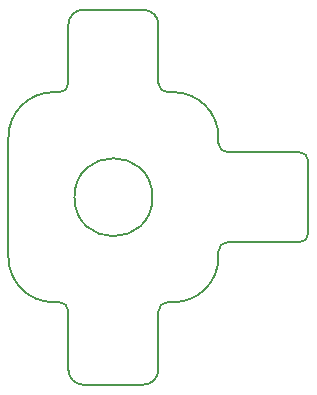
<source format=gbr>
G04 #@! TF.GenerationSoftware,KiCad,Pcbnew,6.0.8-f2edbf62ab~116~ubuntu22.04.1*
G04 #@! TF.CreationDate,2023-01-10T16:41:05-08:00*
G04 #@! TF.ProjectId,led_ring,6c65645f-7269-46e6-972e-6b696361645f,rev?*
G04 #@! TF.SameCoordinates,Original*
G04 #@! TF.FileFunction,Profile,NP*
%FSLAX46Y46*%
G04 Gerber Fmt 4.6, Leading zero omitted, Abs format (unit mm)*
G04 Created by KiCad (PCBNEW 6.0.8-f2edbf62ab~116~ubuntu22.04.1) date 2023-01-10 16:41:05*
%MOMM*%
%LPD*%
G01*
G04 APERTURE LIST*
G04 #@! TA.AperFunction,Profile*
%ADD10C,0.150000*%
G04 #@! TD*
G04 APERTURE END LIST*
D10*
X60452000Y-54610000D02*
X61722000Y-54610000D01*
X60452000Y-46990000D02*
X61722000Y-46990000D01*
X55880000Y-59690000D02*
G75*
G03*
X59690000Y-55880000I0J3810000D01*
G01*
X59690000Y-45720000D02*
G75*
G03*
X55880000Y-41910000I-3810000J0D01*
G01*
X48260000Y-66675000D02*
X53340000Y-66675000D01*
X46990000Y-60452000D02*
X46990000Y-65405000D01*
X54610000Y-60452000D02*
X54610000Y-65405000D01*
X46990000Y-36195000D02*
X46990000Y-41148000D01*
X54610000Y-36195000D02*
X54610000Y-41148000D01*
X48260000Y-34925000D02*
X53340000Y-34925000D01*
X53340000Y-66675000D02*
G75*
G03*
X54610000Y-65405000I0J1270000D01*
G01*
X46990000Y-65405000D02*
G75*
G03*
X48260000Y-66675000I1270000J0D01*
G01*
X54610000Y-36195000D02*
G75*
G03*
X53340000Y-34925000I-1270000J0D01*
G01*
X48260000Y-34925000D02*
G75*
G03*
X46990000Y-36195000I0J-1270000D01*
G01*
X59690000Y-45720000D02*
X59690000Y-46228000D01*
X55372000Y-59690000D02*
G75*
G03*
X54610000Y-60452000I0J-762000D01*
G01*
X46990000Y-60452000D02*
G75*
G03*
X46228000Y-59690000I-762000J0D01*
G01*
X55372000Y-59690000D02*
X55880000Y-59690000D01*
X45720000Y-59690000D02*
X46228000Y-59690000D01*
X46228000Y-41910000D02*
G75*
G03*
X46990000Y-41148000I0J762000D01*
G01*
X54610000Y-41148000D02*
G75*
G03*
X55372000Y-41910000I762000J0D01*
G01*
X55880000Y-41910000D02*
X55372000Y-41910000D01*
X45720000Y-41910000D02*
X46228000Y-41910000D01*
X41910000Y-54610000D02*
X41910000Y-55880000D01*
X41910000Y-45720000D02*
X41910000Y-46990000D01*
X59690000Y-55372000D02*
X59690000Y-55880000D01*
X61722000Y-54610000D02*
X66548000Y-54610000D01*
X67310000Y-47752000D02*
X67310000Y-53848000D01*
X61722000Y-46990000D02*
X66548000Y-46990000D01*
X41910000Y-55880000D02*
G75*
G03*
X45720000Y-59690000I3810000J0D01*
G01*
X45720000Y-41910000D02*
G75*
G03*
X41910000Y-45720000I0J-3810000D01*
G01*
X66548000Y-54610000D02*
G75*
G03*
X67310000Y-53848000I0J762000D01*
G01*
X67310000Y-47752000D02*
G75*
G03*
X66548000Y-46990000I-762000J0D01*
G01*
X60452000Y-54610000D02*
G75*
G03*
X59690000Y-55372000I0J-762000D01*
G01*
X59690000Y-46228000D02*
G75*
G03*
X60452000Y-46990000I762000J0D01*
G01*
X41910000Y-46990000D02*
X41910000Y-54610000D01*
X54102000Y-50800000D02*
G75*
G03*
X54102000Y-50800000I-3302000J0D01*
G01*
M02*

</source>
